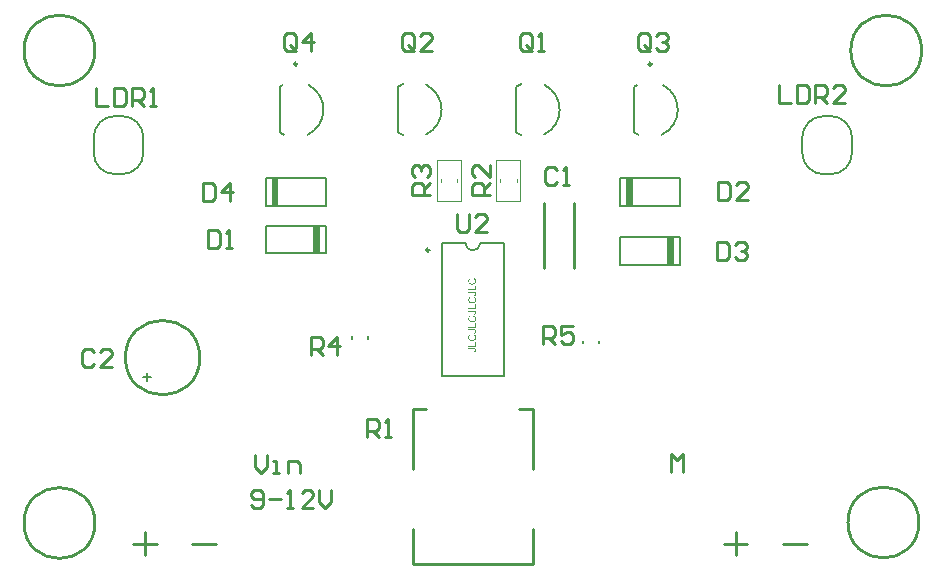
<source format=gto>
G04*
G04 #@! TF.GenerationSoftware,Altium Limited,CircuitMaker,2.2.1 (2.2.1.6)*
G04*
G04 Layer_Color=15132400*
%FSLAX44Y44*%
%MOMM*%
G71*
G04*
G04 #@! TF.SameCoordinates,B7FF0B77-2EFF-419A-B724-F2A86093BB65*
G04*
G04*
G04 #@! TF.FilePolarity,Positive*
G04*
G01*
G75*
%ADD10C,0.2540*%
%ADD11C,0.1270*%
%ADD12C,0.2500*%
%ADD13C,0.2000*%
%ADD14C,0.0500*%
%ADD15C,0.1000*%
%ADD16C,0.2032*%
G36*
X400661Y257490D02*
X400716Y257472D01*
X400790Y257444D01*
X400873Y257416D01*
X400975Y257379D01*
X401086Y257333D01*
X401206Y257278D01*
X401465Y257148D01*
X401724Y256982D01*
X401853Y256880D01*
X401983Y256778D01*
X402094Y256667D01*
X402205Y256538D01*
X402214Y256529D01*
X402232Y256510D01*
X402251Y256464D01*
X402288Y256418D01*
X402334Y256344D01*
X402380Y256270D01*
X402426Y256168D01*
X402473Y256066D01*
X402528Y255946D01*
X402574Y255817D01*
X402621Y255678D01*
X402667Y255530D01*
X402704Y255373D01*
X402722Y255207D01*
X402741Y255031D01*
X402750Y254846D01*
Y254744D01*
X402741Y254670D01*
Y254587D01*
X402732Y254485D01*
X402713Y254375D01*
X402695Y254245D01*
X402648Y253977D01*
X402574Y253700D01*
X402473Y253422D01*
X402408Y253293D01*
X402334Y253163D01*
X402325Y253154D01*
X402315Y253136D01*
X402288Y253099D01*
X402251Y253062D01*
X402214Y253006D01*
X402158Y252941D01*
X402094Y252868D01*
X402020Y252794D01*
X401936Y252720D01*
X401853Y252636D01*
X401641Y252470D01*
X401391Y252313D01*
X401114Y252174D01*
X401104D01*
X401077Y252156D01*
X401030Y252146D01*
X400975Y252119D01*
X400901Y252100D01*
X400808Y252072D01*
X400707Y252035D01*
X400596Y252008D01*
X400476Y251980D01*
X400337Y251943D01*
X400050Y251897D01*
X399727Y251860D01*
X399394Y251841D01*
X399385D01*
X399348D01*
X399292D01*
X399227Y251850D01*
X399135D01*
X399043Y251860D01*
X398922Y251869D01*
X398802Y251887D01*
X398534Y251934D01*
X398238Y251998D01*
X397942Y252091D01*
X397656Y252220D01*
X397646Y252230D01*
X397619Y252239D01*
X397582Y252257D01*
X397536Y252294D01*
X397471Y252331D01*
X397397Y252377D01*
X397230Y252498D01*
X397046Y252655D01*
X396861Y252840D01*
X396676Y253052D01*
X396519Y253302D01*
X396509Y253311D01*
X396500Y253339D01*
X396482Y253376D01*
X396454Y253422D01*
X396426Y253496D01*
X396398Y253570D01*
X396361Y253663D01*
X396324Y253764D01*
X396287Y253875D01*
X396250Y253995D01*
X396195Y254254D01*
X396149Y254550D01*
X396130Y254855D01*
Y254948D01*
X396139Y255012D01*
X396149Y255096D01*
X396158Y255197D01*
X396167Y255299D01*
X396195Y255419D01*
X396250Y255669D01*
X396334Y255946D01*
X396389Y256085D01*
X396454Y256214D01*
X396537Y256344D01*
X396620Y256473D01*
X396629Y256483D01*
X396639Y256501D01*
X396666Y256538D01*
X396713Y256584D01*
X396759Y256630D01*
X396824Y256695D01*
X396898Y256760D01*
X396972Y256834D01*
X397064Y256908D01*
X397175Y256982D01*
X397286Y257065D01*
X397406Y257139D01*
X397545Y257204D01*
X397683Y257278D01*
X397831Y257333D01*
X397998Y257389D01*
X398192Y256556D01*
X398183D01*
X398164Y256547D01*
X398127Y256529D01*
X398081Y256510D01*
X398026Y256492D01*
X397952Y256464D01*
X397804Y256390D01*
X397637Y256298D01*
X397471Y256187D01*
X397314Y256048D01*
X397175Y255900D01*
X397156Y255882D01*
X397119Y255826D01*
X397073Y255734D01*
X397009Y255613D01*
X396953Y255456D01*
X396898Y255281D01*
X396861Y255068D01*
X396851Y254837D01*
Y254763D01*
X396861Y254717D01*
Y254652D01*
X396870Y254578D01*
X396898Y254402D01*
X396935Y254208D01*
X396999Y254005D01*
X397092Y253792D01*
X397212Y253598D01*
Y253589D01*
X397230Y253579D01*
X397277Y253515D01*
X397351Y253431D01*
X397462Y253330D01*
X397600Y253210D01*
X397757Y253099D01*
X397952Y252997D01*
X398164Y252904D01*
X398173D01*
X398192Y252895D01*
X398220Y252886D01*
X398266Y252877D01*
X398321Y252858D01*
X398386Y252840D01*
X398543Y252812D01*
X398728Y252775D01*
X398932Y252738D01*
X399154Y252720D01*
X399394Y252710D01*
X399403D01*
X399431D01*
X399477D01*
X399533D01*
X399597Y252720D01*
X399680D01*
X399773Y252729D01*
X399875Y252738D01*
X400097Y252766D01*
X400337Y252812D01*
X400577Y252868D01*
X400818Y252941D01*
X400827D01*
X400845Y252951D01*
X400873Y252969D01*
X400919Y252988D01*
X401030Y253043D01*
X401160Y253126D01*
X401308Y253228D01*
X401465Y253358D01*
X401604Y253505D01*
X401733Y253681D01*
Y253690D01*
X401742Y253709D01*
X401761Y253737D01*
X401779Y253774D01*
X401798Y253820D01*
X401825Y253875D01*
X401881Y254005D01*
X401936Y254171D01*
X401983Y254356D01*
X402020Y254559D01*
X402029Y254772D01*
Y254837D01*
X402020Y254892D01*
Y254957D01*
X402010Y255022D01*
X401973Y255188D01*
X401927Y255382D01*
X401853Y255576D01*
X401752Y255780D01*
X401696Y255882D01*
X401622Y255974D01*
X401613Y255983D01*
X401604Y255993D01*
X401576Y256020D01*
X401548Y256057D01*
X401502Y256094D01*
X401446Y256140D01*
X401391Y256196D01*
X401317Y256242D01*
X401234Y256298D01*
X401141Y256362D01*
X401049Y256418D01*
X400938Y256473D01*
X400818Y256520D01*
X400688Y256566D01*
X400550Y256612D01*
X400402Y256649D01*
X400614Y257500D01*
X400624D01*
X400661Y257490D01*
D02*
G37*
G36*
X402639Y247080D02*
X396241D01*
Y247930D01*
X401881D01*
Y251083D01*
X402639D01*
Y247080D01*
D02*
G37*
G36*
X400808Y245721D02*
X400882D01*
X401058Y245702D01*
X401261Y245684D01*
X401474Y245647D01*
X401668Y245591D01*
X401853Y245527D01*
X401862D01*
X401872Y245517D01*
X401927Y245490D01*
X402001Y245443D01*
X402103Y245379D01*
X402205Y245286D01*
X402315Y245184D01*
X402426Y245055D01*
X402519Y244907D01*
X402528Y244889D01*
X402556Y244833D01*
X402593Y244750D01*
X402630Y244630D01*
X402676Y244482D01*
X402713Y244315D01*
X402741Y244130D01*
X402750Y243927D01*
Y243844D01*
X402741Y243788D01*
X402732Y243714D01*
X402722Y243640D01*
X402685Y243446D01*
X402630Y243243D01*
X402547Y243030D01*
X402491Y242919D01*
X402426Y242817D01*
X402352Y242725D01*
X402269Y242633D01*
X402260Y242623D01*
X402251Y242614D01*
X402214Y242596D01*
X402177Y242568D01*
X402131Y242531D01*
X402066Y242494D01*
X401992Y242457D01*
X401909Y242411D01*
X401816Y242374D01*
X401705Y242337D01*
X401594Y242300D01*
X401465Y242263D01*
X401326Y242244D01*
X401169Y242217D01*
X401012Y242207D01*
X400836D01*
X400725Y242975D01*
X400734D01*
X400753D01*
X400790D01*
X400845Y242984D01*
X400901Y242993D01*
X400966D01*
X401123Y243021D01*
X401289Y243049D01*
X401456Y243104D01*
X401604Y243160D01*
X401668Y243197D01*
X401724Y243243D01*
X401733Y243252D01*
X401761Y243289D01*
X401807Y243344D01*
X401853Y243419D01*
X401909Y243520D01*
X401946Y243631D01*
X401983Y243770D01*
X401992Y243918D01*
Y243973D01*
X401983Y244029D01*
X401973Y244112D01*
X401955Y244195D01*
X401936Y244288D01*
X401899Y244380D01*
X401853Y244473D01*
X401844Y244482D01*
X401825Y244510D01*
X401788Y244547D01*
X401752Y244602D01*
X401687Y244648D01*
X401622Y244704D01*
X401548Y244750D01*
X401456Y244787D01*
X401446D01*
X401409Y244805D01*
X401345Y244815D01*
X401261Y244833D01*
X401151Y244852D01*
X401012Y244861D01*
X400845Y244879D01*
X400651D01*
X396241D01*
Y245730D01*
X400605D01*
X400614D01*
X400642D01*
X400679D01*
X400734D01*
X400808Y245721D01*
D02*
G37*
G36*
X400661Y241588D02*
X400716Y241569D01*
X400790Y241542D01*
X400873Y241514D01*
X400975Y241477D01*
X401086Y241431D01*
X401206Y241375D01*
X401465Y241246D01*
X401724Y241079D01*
X401853Y240978D01*
X401983Y240876D01*
X402094Y240765D01*
X402205Y240636D01*
X402214Y240626D01*
X402232Y240608D01*
X402251Y240562D01*
X402288Y240515D01*
X402334Y240441D01*
X402380Y240368D01*
X402426Y240266D01*
X402473Y240164D01*
X402528Y240044D01*
X402574Y239914D01*
X402621Y239776D01*
X402667Y239628D01*
X402704Y239471D01*
X402722Y239304D01*
X402741Y239129D01*
X402750Y238944D01*
Y238842D01*
X402741Y238768D01*
Y238685D01*
X402732Y238583D01*
X402713Y238472D01*
X402695Y238343D01*
X402648Y238075D01*
X402574Y237797D01*
X402473Y237520D01*
X402408Y237390D01*
X402334Y237261D01*
X402325Y237252D01*
X402315Y237233D01*
X402288Y237196D01*
X402251Y237159D01*
X402214Y237104D01*
X402158Y237039D01*
X402094Y236965D01*
X402020Y236891D01*
X401936Y236817D01*
X401853Y236734D01*
X401641Y236567D01*
X401391Y236410D01*
X401114Y236272D01*
X401104D01*
X401077Y236253D01*
X401030Y236244D01*
X400975Y236216D01*
X400901Y236198D01*
X400808Y236170D01*
X400707Y236133D01*
X400596Y236105D01*
X400476Y236077D01*
X400337Y236040D01*
X400050Y235994D01*
X399727Y235957D01*
X399394Y235939D01*
X399385D01*
X399348D01*
X399292D01*
X399227Y235948D01*
X399135D01*
X399043Y235957D01*
X398922Y235967D01*
X398802Y235985D01*
X398534Y236031D01*
X398238Y236096D01*
X397942Y236189D01*
X397656Y236318D01*
X397646Y236327D01*
X397619Y236336D01*
X397582Y236355D01*
X397536Y236392D01*
X397471Y236429D01*
X397397Y236475D01*
X397230Y236595D01*
X397046Y236752D01*
X396861Y236937D01*
X396676Y237150D01*
X396519Y237400D01*
X396509Y237409D01*
X396500Y237437D01*
X396482Y237474D01*
X396454Y237520D01*
X396426Y237594D01*
X396398Y237668D01*
X396361Y237760D01*
X396324Y237862D01*
X396287Y237973D01*
X396250Y238093D01*
X396195Y238352D01*
X396149Y238648D01*
X396130Y238953D01*
Y239045D01*
X396139Y239110D01*
X396149Y239193D01*
X396158Y239295D01*
X396167Y239397D01*
X396195Y239517D01*
X396250Y239767D01*
X396334Y240044D01*
X396389Y240183D01*
X396454Y240312D01*
X396537Y240441D01*
X396620Y240571D01*
X396629Y240580D01*
X396639Y240599D01*
X396666Y240636D01*
X396713Y240682D01*
X396759Y240728D01*
X396824Y240793D01*
X396898Y240858D01*
X396972Y240931D01*
X397064Y241005D01*
X397175Y241079D01*
X397286Y241163D01*
X397406Y241237D01*
X397545Y241301D01*
X397683Y241375D01*
X397831Y241431D01*
X397998Y241486D01*
X398192Y240654D01*
X398183D01*
X398164Y240645D01*
X398127Y240626D01*
X398081Y240608D01*
X398026Y240589D01*
X397952Y240562D01*
X397804Y240488D01*
X397637Y240395D01*
X397471Y240284D01*
X397314Y240146D01*
X397175Y239998D01*
X397156Y239979D01*
X397119Y239924D01*
X397073Y239831D01*
X397009Y239711D01*
X396953Y239554D01*
X396898Y239378D01*
X396861Y239165D01*
X396851Y238934D01*
Y238860D01*
X396861Y238814D01*
Y238750D01*
X396870Y238675D01*
X396898Y238500D01*
X396935Y238306D01*
X396999Y238102D01*
X397092Y237890D01*
X397212Y237696D01*
Y237686D01*
X397230Y237677D01*
X397277Y237612D01*
X397351Y237529D01*
X397462Y237427D01*
X397600Y237307D01*
X397757Y237196D01*
X397952Y237094D01*
X398164Y237002D01*
X398173D01*
X398192Y236993D01*
X398220Y236984D01*
X398266Y236974D01*
X398321Y236956D01*
X398386Y236937D01*
X398543Y236910D01*
X398728Y236873D01*
X398932Y236836D01*
X399154Y236817D01*
X399394Y236808D01*
X399403D01*
X399431D01*
X399477D01*
X399533D01*
X399597Y236817D01*
X399680D01*
X399773Y236826D01*
X399875Y236836D01*
X400097Y236863D01*
X400337Y236910D01*
X400577Y236965D01*
X400818Y237039D01*
X400827D01*
X400845Y237048D01*
X400873Y237067D01*
X400919Y237085D01*
X401030Y237141D01*
X401160Y237224D01*
X401308Y237326D01*
X401465Y237455D01*
X401604Y237603D01*
X401733Y237779D01*
Y237788D01*
X401742Y237806D01*
X401761Y237834D01*
X401779Y237871D01*
X401798Y237917D01*
X401825Y237973D01*
X401881Y238102D01*
X401936Y238269D01*
X401983Y238454D01*
X402020Y238657D01*
X402029Y238870D01*
Y238934D01*
X402020Y238990D01*
Y239055D01*
X402010Y239119D01*
X401973Y239286D01*
X401927Y239480D01*
X401853Y239674D01*
X401752Y239877D01*
X401696Y239979D01*
X401622Y240072D01*
X401613Y240081D01*
X401604Y240090D01*
X401576Y240118D01*
X401548Y240155D01*
X401502Y240192D01*
X401446Y240238D01*
X401391Y240294D01*
X401317Y240340D01*
X401234Y240395D01*
X401141Y240460D01*
X401049Y240515D01*
X400938Y240571D01*
X400818Y240617D01*
X400688Y240663D01*
X400550Y240710D01*
X400402Y240746D01*
X400614Y241597D01*
X400624D01*
X400661Y241588D01*
D02*
G37*
G36*
X402639Y231177D02*
X396241D01*
Y232028D01*
X401881D01*
Y235181D01*
X402639D01*
Y231177D01*
D02*
G37*
G36*
X400808Y229818D02*
X400882D01*
X401058Y229800D01*
X401261Y229781D01*
X401474Y229744D01*
X401668Y229689D01*
X401853Y229624D01*
X401862D01*
X401872Y229615D01*
X401927Y229587D01*
X402001Y229541D01*
X402103Y229476D01*
X402205Y229384D01*
X402315Y229282D01*
X402426Y229153D01*
X402519Y229005D01*
X402528Y228986D01*
X402556Y228931D01*
X402593Y228847D01*
X402630Y228727D01*
X402676Y228579D01*
X402713Y228413D01*
X402741Y228228D01*
X402750Y228025D01*
Y227941D01*
X402741Y227886D01*
X402732Y227812D01*
X402722Y227738D01*
X402685Y227544D01*
X402630Y227340D01*
X402547Y227128D01*
X402491Y227017D01*
X402426Y226915D01*
X402352Y226823D01*
X402269Y226730D01*
X402260Y226721D01*
X402251Y226712D01*
X402214Y226693D01*
X402177Y226665D01*
X402131Y226628D01*
X402066Y226591D01*
X401992Y226555D01*
X401909Y226508D01*
X401816Y226471D01*
X401705Y226434D01*
X401594Y226397D01*
X401465Y226360D01*
X401326Y226342D01*
X401169Y226314D01*
X401012Y226305D01*
X400836D01*
X400725Y227072D01*
X400734D01*
X400753D01*
X400790D01*
X400845Y227082D01*
X400901Y227091D01*
X400966D01*
X401123Y227118D01*
X401289Y227146D01*
X401456Y227202D01*
X401604Y227257D01*
X401668Y227294D01*
X401724Y227340D01*
X401733Y227350D01*
X401761Y227387D01*
X401807Y227442D01*
X401853Y227516D01*
X401909Y227618D01*
X401946Y227729D01*
X401983Y227867D01*
X401992Y228015D01*
Y228071D01*
X401983Y228126D01*
X401973Y228209D01*
X401955Y228293D01*
X401936Y228385D01*
X401899Y228478D01*
X401853Y228570D01*
X401844Y228579D01*
X401825Y228607D01*
X401788Y228644D01*
X401752Y228699D01*
X401687Y228746D01*
X401622Y228801D01*
X401548Y228847D01*
X401456Y228884D01*
X401446D01*
X401409Y228903D01*
X401345Y228912D01*
X401261Y228931D01*
X401151Y228949D01*
X401012Y228958D01*
X400845Y228977D01*
X400651D01*
X396241D01*
Y229827D01*
X400605D01*
X400614D01*
X400642D01*
X400679D01*
X400734D01*
X400808Y229818D01*
D02*
G37*
G36*
X400661Y225686D02*
X400716Y225667D01*
X400790Y225639D01*
X400873Y225611D01*
X400975Y225574D01*
X401086Y225528D01*
X401206Y225473D01*
X401465Y225343D01*
X401724Y225177D01*
X401853Y225075D01*
X401983Y224974D01*
X402094Y224863D01*
X402205Y224733D01*
X402214Y224724D01*
X402232Y224705D01*
X402251Y224659D01*
X402288Y224613D01*
X402334Y224539D01*
X402380Y224465D01*
X402426Y224363D01*
X402473Y224262D01*
X402528Y224141D01*
X402574Y224012D01*
X402621Y223873D01*
X402667Y223725D01*
X402704Y223568D01*
X402722Y223402D01*
X402741Y223226D01*
X402750Y223041D01*
Y222939D01*
X402741Y222866D01*
Y222782D01*
X402732Y222681D01*
X402713Y222570D01*
X402695Y222440D01*
X402648Y222172D01*
X402574Y221895D01*
X402473Y221617D01*
X402408Y221488D01*
X402334Y221359D01*
X402325Y221349D01*
X402315Y221331D01*
X402288Y221294D01*
X402251Y221257D01*
X402214Y221201D01*
X402158Y221137D01*
X402094Y221063D01*
X402020Y220989D01*
X401936Y220915D01*
X401853Y220832D01*
X401641Y220665D01*
X401391Y220508D01*
X401114Y220369D01*
X401104D01*
X401077Y220351D01*
X401030Y220341D01*
X400975Y220314D01*
X400901Y220295D01*
X400808Y220268D01*
X400707Y220231D01*
X400596Y220203D01*
X400476Y220175D01*
X400337Y220138D01*
X400050Y220092D01*
X399727Y220055D01*
X399394Y220036D01*
X399385D01*
X399348D01*
X399292D01*
X399227Y220046D01*
X399135D01*
X399043Y220055D01*
X398922Y220064D01*
X398802Y220083D01*
X398534Y220129D01*
X398238Y220194D01*
X397942Y220286D01*
X397656Y220415D01*
X397646Y220425D01*
X397619Y220434D01*
X397582Y220452D01*
X397536Y220489D01*
X397471Y220526D01*
X397397Y220573D01*
X397230Y220693D01*
X397046Y220850D01*
X396861Y221035D01*
X396676Y221248D01*
X396519Y221497D01*
X396509Y221506D01*
X396500Y221534D01*
X396482Y221571D01*
X396454Y221617D01*
X396426Y221691D01*
X396398Y221765D01*
X396361Y221858D01*
X396324Y221959D01*
X396287Y222070D01*
X396250Y222191D01*
X396195Y222449D01*
X396149Y222745D01*
X396130Y223050D01*
Y223143D01*
X396139Y223208D01*
X396149Y223291D01*
X396158Y223393D01*
X396167Y223494D01*
X396195Y223614D01*
X396250Y223864D01*
X396334Y224141D01*
X396389Y224280D01*
X396454Y224410D01*
X396537Y224539D01*
X396620Y224668D01*
X396629Y224678D01*
X396639Y224696D01*
X396666Y224733D01*
X396713Y224779D01*
X396759Y224826D01*
X396824Y224890D01*
X396898Y224955D01*
X396972Y225029D01*
X397064Y225103D01*
X397175Y225177D01*
X397286Y225260D01*
X397406Y225334D01*
X397545Y225399D01*
X397683Y225473D01*
X397831Y225528D01*
X397998Y225584D01*
X398192Y224752D01*
X398183D01*
X398164Y224742D01*
X398127Y224724D01*
X398081Y224705D01*
X398026Y224687D01*
X397952Y224659D01*
X397804Y224585D01*
X397637Y224493D01*
X397471Y224382D01*
X397314Y224243D01*
X397175Y224095D01*
X397156Y224077D01*
X397119Y224021D01*
X397073Y223929D01*
X397009Y223809D01*
X396953Y223651D01*
X396898Y223476D01*
X396861Y223263D01*
X396851Y223032D01*
Y222958D01*
X396861Y222912D01*
Y222847D01*
X396870Y222773D01*
X396898Y222597D01*
X396935Y222403D01*
X396999Y222200D01*
X397092Y221987D01*
X397212Y221793D01*
Y221784D01*
X397230Y221775D01*
X397277Y221710D01*
X397351Y221627D01*
X397462Y221525D01*
X397600Y221405D01*
X397757Y221294D01*
X397952Y221192D01*
X398164Y221100D01*
X398173D01*
X398192Y221090D01*
X398220Y221081D01*
X398266Y221072D01*
X398321Y221053D01*
X398386Y221035D01*
X398543Y221007D01*
X398728Y220970D01*
X398932Y220933D01*
X399154Y220915D01*
X399394Y220905D01*
X399403D01*
X399431D01*
X399477D01*
X399533D01*
X399597Y220915D01*
X399680D01*
X399773Y220924D01*
X399875Y220933D01*
X400097Y220961D01*
X400337Y221007D01*
X400577Y221063D01*
X400818Y221137D01*
X400827D01*
X400845Y221146D01*
X400873Y221164D01*
X400919Y221183D01*
X401030Y221238D01*
X401160Y221322D01*
X401308Y221423D01*
X401465Y221553D01*
X401604Y221701D01*
X401733Y221876D01*
Y221886D01*
X401742Y221904D01*
X401761Y221932D01*
X401779Y221969D01*
X401798Y222015D01*
X401825Y222070D01*
X401881Y222200D01*
X401936Y222366D01*
X401983Y222551D01*
X402020Y222755D01*
X402029Y222967D01*
Y223032D01*
X402020Y223087D01*
Y223152D01*
X402010Y223217D01*
X401973Y223383D01*
X401927Y223577D01*
X401853Y223772D01*
X401752Y223975D01*
X401696Y224077D01*
X401622Y224169D01*
X401613Y224178D01*
X401604Y224188D01*
X401576Y224215D01*
X401548Y224252D01*
X401502Y224289D01*
X401446Y224336D01*
X401391Y224391D01*
X401317Y224437D01*
X401234Y224493D01*
X401141Y224557D01*
X401049Y224613D01*
X400938Y224668D01*
X400818Y224715D01*
X400688Y224761D01*
X400550Y224807D01*
X400402Y224844D01*
X400614Y225695D01*
X400624D01*
X400661Y225686D01*
D02*
G37*
G36*
X402639Y215275D02*
X396241D01*
Y216126D01*
X401881D01*
Y219278D01*
X402639D01*
Y215275D01*
D02*
G37*
G36*
X400808Y213916D02*
X400882D01*
X401058Y213897D01*
X401261Y213879D01*
X401474Y213842D01*
X401668Y213786D01*
X401853Y213722D01*
X401862D01*
X401872Y213712D01*
X401927Y213685D01*
X402001Y213638D01*
X402103Y213574D01*
X402205Y213481D01*
X402315Y213380D01*
X402426Y213250D01*
X402519Y213102D01*
X402528Y213084D01*
X402556Y213028D01*
X402593Y212945D01*
X402630Y212825D01*
X402676Y212677D01*
X402713Y212511D01*
X402741Y212326D01*
X402750Y212122D01*
Y212039D01*
X402741Y211984D01*
X402732Y211910D01*
X402722Y211835D01*
X402685Y211641D01*
X402630Y211438D01*
X402547Y211225D01*
X402491Y211114D01*
X402426Y211013D01*
X402352Y210920D01*
X402269Y210828D01*
X402260Y210819D01*
X402251Y210809D01*
X402214Y210791D01*
X402177Y210763D01*
X402131Y210726D01*
X402066Y210689D01*
X401992Y210652D01*
X401909Y210606D01*
X401816Y210569D01*
X401705Y210532D01*
X401594Y210495D01*
X401465Y210458D01*
X401326Y210439D01*
X401169Y210412D01*
X401012Y210403D01*
X400836D01*
X400725Y211170D01*
X400734D01*
X400753D01*
X400790D01*
X400845Y211179D01*
X400901Y211188D01*
X400966D01*
X401123Y211216D01*
X401289Y211244D01*
X401456Y211299D01*
X401604Y211355D01*
X401668Y211392D01*
X401724Y211438D01*
X401733Y211447D01*
X401761Y211484D01*
X401807Y211540D01*
X401853Y211614D01*
X401909Y211715D01*
X401946Y211826D01*
X401983Y211965D01*
X401992Y212113D01*
Y212168D01*
X401983Y212224D01*
X401973Y212307D01*
X401955Y212390D01*
X401936Y212483D01*
X401899Y212575D01*
X401853Y212668D01*
X401844Y212677D01*
X401825Y212705D01*
X401788Y212742D01*
X401752Y212797D01*
X401687Y212843D01*
X401622Y212899D01*
X401548Y212945D01*
X401456Y212982D01*
X401446D01*
X401409Y213001D01*
X401345Y213010D01*
X401261Y213028D01*
X401151Y213047D01*
X401012Y213056D01*
X400845Y213074D01*
X400651D01*
X396241D01*
Y213925D01*
X400605D01*
X400614D01*
X400642D01*
X400679D01*
X400734D01*
X400808Y213916D01*
D02*
G37*
G36*
X400661Y209783D02*
X400716Y209764D01*
X400790Y209737D01*
X400873Y209709D01*
X400975Y209672D01*
X401086Y209626D01*
X401206Y209570D01*
X401465Y209441D01*
X401724Y209275D01*
X401853Y209173D01*
X401983Y209071D01*
X402094Y208960D01*
X402205Y208831D01*
X402214Y208822D01*
X402232Y208803D01*
X402251Y208757D01*
X402288Y208710D01*
X402334Y208637D01*
X402380Y208563D01*
X402426Y208461D01*
X402473Y208359D01*
X402528Y208239D01*
X402574Y208110D01*
X402621Y207971D01*
X402667Y207823D01*
X402704Y207666D01*
X402722Y207499D01*
X402741Y207324D01*
X402750Y207139D01*
Y207037D01*
X402741Y206963D01*
Y206880D01*
X402732Y206778D01*
X402713Y206667D01*
X402695Y206538D01*
X402648Y206270D01*
X402574Y205992D01*
X402473Y205715D01*
X402408Y205585D01*
X402334Y205456D01*
X402325Y205447D01*
X402315Y205428D01*
X402288Y205391D01*
X402251Y205354D01*
X402214Y205299D01*
X402158Y205234D01*
X402094Y205160D01*
X402020Y205086D01*
X401936Y205012D01*
X401853Y204929D01*
X401641Y204763D01*
X401391Y204606D01*
X401114Y204467D01*
X401104D01*
X401077Y204448D01*
X401030Y204439D01*
X400975Y204411D01*
X400901Y204393D01*
X400808Y204365D01*
X400707Y204328D01*
X400596Y204300D01*
X400476Y204273D01*
X400337Y204236D01*
X400050Y204189D01*
X399727Y204152D01*
X399394Y204134D01*
X399385D01*
X399348D01*
X399292D01*
X399227Y204143D01*
X399135D01*
X399043Y204152D01*
X398922Y204162D01*
X398802Y204180D01*
X398534Y204226D01*
X398238Y204291D01*
X397942Y204384D01*
X397656Y204513D01*
X397646Y204522D01*
X397619Y204531D01*
X397582Y204550D01*
X397536Y204587D01*
X397471Y204624D01*
X397397Y204670D01*
X397230Y204790D01*
X397046Y204948D01*
X396861Y205133D01*
X396676Y205345D01*
X396519Y205595D01*
X396509Y205604D01*
X396500Y205632D01*
X396482Y205669D01*
X396454Y205715D01*
X396426Y205789D01*
X396398Y205863D01*
X396361Y205955D01*
X396324Y206057D01*
X396287Y206168D01*
X396250Y206288D01*
X396195Y206547D01*
X396149Y206843D01*
X396130Y207148D01*
Y207241D01*
X396139Y207305D01*
X396149Y207388D01*
X396158Y207490D01*
X396167Y207592D01*
X396195Y207712D01*
X396250Y207962D01*
X396334Y208239D01*
X396389Y208378D01*
X396454Y208507D01*
X396537Y208637D01*
X396620Y208766D01*
X396629Y208775D01*
X396639Y208794D01*
X396666Y208831D01*
X396713Y208877D01*
X396759Y208923D01*
X396824Y208988D01*
X396898Y209053D01*
X396972Y209127D01*
X397064Y209200D01*
X397175Y209275D01*
X397286Y209358D01*
X397406Y209432D01*
X397545Y209496D01*
X397683Y209570D01*
X397831Y209626D01*
X397998Y209681D01*
X398192Y208849D01*
X398183D01*
X398164Y208840D01*
X398127Y208822D01*
X398081Y208803D01*
X398026Y208785D01*
X397952Y208757D01*
X397804Y208683D01*
X397637Y208590D01*
X397471Y208479D01*
X397314Y208341D01*
X397175Y208193D01*
X397156Y208174D01*
X397119Y208119D01*
X397073Y208026D01*
X397009Y207906D01*
X396953Y207749D01*
X396898Y207573D01*
X396861Y207361D01*
X396851Y207129D01*
Y207056D01*
X396861Y207009D01*
Y206945D01*
X396870Y206871D01*
X396898Y206695D01*
X396935Y206501D01*
X396999Y206297D01*
X397092Y206085D01*
X397212Y205891D01*
Y205881D01*
X397230Y205872D01*
X397277Y205807D01*
X397351Y205724D01*
X397462Y205623D01*
X397600Y205502D01*
X397757Y205391D01*
X397952Y205290D01*
X398164Y205197D01*
X398173D01*
X398192Y205188D01*
X398220Y205179D01*
X398266Y205170D01*
X398321Y205151D01*
X398386Y205133D01*
X398543Y205105D01*
X398728Y205068D01*
X398932Y205031D01*
X399154Y205012D01*
X399394Y205003D01*
X399403D01*
X399431D01*
X399477D01*
X399533D01*
X399597Y205012D01*
X399680D01*
X399773Y205021D01*
X399875Y205031D01*
X400097Y205058D01*
X400337Y205105D01*
X400577Y205160D01*
X400818Y205234D01*
X400827D01*
X400845Y205243D01*
X400873Y205262D01*
X400919Y205280D01*
X401030Y205336D01*
X401160Y205419D01*
X401308Y205521D01*
X401465Y205650D01*
X401604Y205798D01*
X401733Y205974D01*
Y205983D01*
X401742Y206002D01*
X401761Y206029D01*
X401779Y206066D01*
X401798Y206112D01*
X401825Y206168D01*
X401881Y206297D01*
X401936Y206464D01*
X401983Y206649D01*
X402020Y206852D01*
X402029Y207065D01*
Y207129D01*
X402020Y207185D01*
Y207250D01*
X402010Y207314D01*
X401973Y207481D01*
X401927Y207675D01*
X401853Y207869D01*
X401752Y208073D01*
X401696Y208174D01*
X401622Y208267D01*
X401613Y208276D01*
X401604Y208285D01*
X401576Y208313D01*
X401548Y208350D01*
X401502Y208387D01*
X401446Y208433D01*
X401391Y208489D01*
X401317Y208535D01*
X401234Y208590D01*
X401141Y208655D01*
X401049Y208710D01*
X400938Y208766D01*
X400818Y208812D01*
X400688Y208859D01*
X400550Y208905D01*
X400402Y208942D01*
X400614Y209792D01*
X400624D01*
X400661Y209783D01*
D02*
G37*
G36*
X402639Y199373D02*
X396241D01*
Y200223D01*
X401881D01*
Y203376D01*
X402639D01*
Y199373D01*
D02*
G37*
G36*
X400808Y198013D02*
X400882D01*
X401058Y197995D01*
X401261Y197976D01*
X401474Y197939D01*
X401668Y197884D01*
X401853Y197819D01*
X401862D01*
X401872Y197810D01*
X401927Y197782D01*
X402001Y197736D01*
X402103Y197671D01*
X402205Y197579D01*
X402315Y197477D01*
X402426Y197348D01*
X402519Y197200D01*
X402528Y197181D01*
X402556Y197126D01*
X402593Y197043D01*
X402630Y196922D01*
X402676Y196775D01*
X402713Y196608D01*
X402741Y196423D01*
X402750Y196220D01*
Y196136D01*
X402741Y196081D01*
X402732Y196007D01*
X402722Y195933D01*
X402685Y195739D01*
X402630Y195536D01*
X402547Y195323D01*
X402491Y195212D01*
X402426Y195110D01*
X402352Y195018D01*
X402269Y194925D01*
X402260Y194916D01*
X402251Y194907D01*
X402214Y194888D01*
X402177Y194861D01*
X402131Y194824D01*
X402066Y194787D01*
X401992Y194750D01*
X401909Y194703D01*
X401816Y194667D01*
X401705Y194629D01*
X401594Y194592D01*
X401465Y194555D01*
X401326Y194537D01*
X401169Y194509D01*
X401012Y194500D01*
X400836D01*
X400725Y195267D01*
X400734D01*
X400753D01*
X400790D01*
X400845Y195277D01*
X400901Y195286D01*
X400966D01*
X401123Y195314D01*
X401289Y195341D01*
X401456Y195397D01*
X401604Y195452D01*
X401668Y195489D01*
X401724Y195536D01*
X401733Y195545D01*
X401761Y195582D01*
X401807Y195637D01*
X401853Y195711D01*
X401909Y195813D01*
X401946Y195924D01*
X401983Y196063D01*
X401992Y196210D01*
Y196266D01*
X401983Y196321D01*
X401973Y196405D01*
X401955Y196488D01*
X401936Y196580D01*
X401899Y196673D01*
X401853Y196765D01*
X401844Y196775D01*
X401825Y196802D01*
X401788Y196839D01*
X401752Y196895D01*
X401687Y196941D01*
X401622Y196996D01*
X401548Y197043D01*
X401456Y197080D01*
X401446D01*
X401409Y197098D01*
X401345Y197107D01*
X401261Y197126D01*
X401151Y197144D01*
X401012Y197153D01*
X400845Y197172D01*
X400651D01*
X396241D01*
Y198023D01*
X400605D01*
X400614D01*
X400642D01*
X400679D01*
X400734D01*
X400808Y198013D01*
D02*
G37*
G54D10*
X780000Y450000D02*
G03*
X780000Y450000I-30000J0D01*
G01*
X777634Y50460D02*
G03*
X777634Y50460I-30000J0D01*
G01*
X80000Y50000D02*
G03*
X80000Y50000I-30000J0D01*
G01*
Y450000D02*
G03*
X80000Y450000I-30000J0D01*
G01*
X168800Y190000D02*
G03*
X168800Y190000I-31500J0D01*
G01*
X485251Y265998D02*
Y321006D01*
X460251Y265998D02*
Y321006D01*
X349200Y15540D02*
X450800D01*
Y44750D01*
X349200Y15540D02*
Y44750D01*
Y95550D02*
Y146350D01*
X360630D01*
X439370D02*
X450800D01*
Y95550D02*
Y146350D01*
X212540Y65039D02*
X215039Y62540D01*
X220038D01*
X222537Y65039D01*
Y75036D01*
X220038Y77535D01*
X215039D01*
X212540Y75036D01*
Y72537D01*
X215039Y70038D01*
X222537D01*
X227535D02*
X237532D01*
X242530Y62540D02*
X247529D01*
X245030D01*
Y77535D01*
X242530Y75036D01*
X265023Y62540D02*
X255026D01*
X265023Y72537D01*
Y75036D01*
X262524Y77535D01*
X257525D01*
X255026Y75036D01*
X270021Y77535D02*
Y67538D01*
X275020Y62540D01*
X280018Y67538D01*
Y77535D01*
X612540Y32537D02*
X632533D01*
X622537Y42533D02*
Y22540D01*
X662540Y32540D02*
X682533D01*
X162540D02*
X182533D01*
X112540Y32537D02*
X132534D01*
X122537Y42533D02*
Y22540D01*
X471000Y348828D02*
X468461Y351367D01*
X463382D01*
X460843Y348828D01*
Y338672D01*
X463382Y336133D01*
X468461D01*
X471000Y338672D01*
X476078Y336133D02*
X481157D01*
X478618D01*
Y351367D01*
X476078Y348828D01*
X386804Y311618D02*
Y298922D01*
X389343Y296383D01*
X394422D01*
X396961Y298922D01*
Y311618D01*
X412196Y296383D02*
X402039D01*
X412196Y306539D01*
Y309078D01*
X409657Y311618D01*
X404578D01*
X402039Y309078D01*
X262554Y192132D02*
Y207367D01*
X270172D01*
X272711Y204828D01*
Y199750D01*
X270172Y197211D01*
X262554D01*
X267633D02*
X272711Y192132D01*
X285407D02*
Y207367D01*
X277789Y199750D01*
X287946D01*
X414118Y327804D02*
X398882D01*
Y335422D01*
X401422Y337961D01*
X406500D01*
X409039Y335422D01*
Y327804D01*
Y332882D02*
X414118Y337961D01*
Y353196D02*
Y343039D01*
X403961Y353196D01*
X401422D01*
X398882Y350657D01*
Y345578D01*
X401422Y343039D01*
X78961Y194578D02*
X76422Y197118D01*
X71343D01*
X68804Y194578D01*
Y184422D01*
X71343Y181882D01*
X76422D01*
X78961Y184422D01*
X94196Y181882D02*
X84039D01*
X94196Y192039D01*
Y194578D01*
X91657Y197118D01*
X86578D01*
X84039Y194578D01*
X310643Y122532D02*
Y137767D01*
X318261D01*
X320800Y135228D01*
Y130150D01*
X318261Y127611D01*
X310643D01*
X315722D02*
X320800Y122532D01*
X325878D02*
X330957D01*
X328418D01*
Y137767D01*
X325878Y135228D01*
X175500Y298485D02*
Y283250D01*
X183118D01*
X185657Y285789D01*
Y295946D01*
X183118Y298485D01*
X175500D01*
X190735Y283250D02*
X195813D01*
X193274D01*
Y298485D01*
X190735Y295946D01*
X607750Y338985D02*
Y323750D01*
X615368D01*
X617907Y326289D01*
Y336446D01*
X615368Y338985D01*
X607750D01*
X633142Y323750D02*
X622985D01*
X633142Y333907D01*
Y336446D01*
X630603Y338985D01*
X625524D01*
X622985Y336446D01*
X606750Y288235D02*
Y273000D01*
X614367D01*
X616907Y275539D01*
Y285696D01*
X614367Y288235D01*
X606750D01*
X621985Y285696D02*
X624524Y288235D01*
X629603D01*
X632142Y285696D01*
Y283157D01*
X629603Y280618D01*
X627063D01*
X629603D01*
X632142Y278078D01*
Y275539D01*
X629603Y273000D01*
X624524D01*
X621985Y275539D01*
X171250Y337485D02*
Y322250D01*
X178867D01*
X181407Y324789D01*
Y334946D01*
X178867Y337485D01*
X171250D01*
X194103Y322250D02*
Y337485D01*
X186485Y329868D01*
X196642D01*
X567500Y93500D02*
Y108735D01*
X572578Y103657D01*
X577657Y108735D01*
Y93500D01*
X215250Y107985D02*
Y97828D01*
X220328Y92750D01*
X225407Y97828D01*
Y107985D01*
X230485Y92750D02*
X235563D01*
X233024D01*
Y102907D01*
X230485D01*
X243181Y92750D02*
Y102907D01*
X250798D01*
X253338Y100367D01*
Y92750D01*
X80708Y418015D02*
Y402780D01*
X90865D01*
X95943Y418015D02*
Y402780D01*
X103561D01*
X106100Y405319D01*
Y415476D01*
X103561Y418015D01*
X95943D01*
X111178Y402780D02*
Y418015D01*
X118796D01*
X121335Y415476D01*
Y410397D01*
X118796Y407858D01*
X111178D01*
X116257D02*
X121335Y402780D01*
X126413D02*
X131492D01*
X128952D01*
Y418015D01*
X126413Y415476D01*
X659500Y420485D02*
Y405250D01*
X669657D01*
X674735Y420485D02*
Y405250D01*
X682353D01*
X684892Y407789D01*
Y417946D01*
X682353Y420485D01*
X674735D01*
X689970Y405250D02*
Y420485D01*
X697588D01*
X700127Y417946D01*
Y412868D01*
X697588Y410328D01*
X689970D01*
X695049D02*
X700127Y405250D01*
X715362D02*
X705205D01*
X715362Y415407D01*
Y417946D01*
X712823Y420485D01*
X707744D01*
X705205Y417946D01*
X450157Y452539D02*
Y462696D01*
X447617Y465235D01*
X442539D01*
X440000Y462696D01*
Y452539D01*
X442539Y450000D01*
X447617D01*
X445078Y455078D02*
X450157Y450000D01*
X447617D02*
X450157Y452539D01*
X455235Y450000D02*
X460313D01*
X457774D01*
Y465235D01*
X455235Y462696D01*
X350157Y452539D02*
Y462696D01*
X347618Y465235D01*
X342539D01*
X340000Y462696D01*
Y452539D01*
X342539Y450000D01*
X347618D01*
X345078Y455078D02*
X350157Y450000D01*
X347618D02*
X350157Y452539D01*
X365392Y450000D02*
X355235D01*
X365392Y460157D01*
Y462696D01*
X362853Y465235D01*
X357774D01*
X355235Y462696D01*
X550157Y452539D02*
Y462696D01*
X547617Y465235D01*
X542539D01*
X540000Y462696D01*
Y452539D01*
X542539Y450000D01*
X547617D01*
X545078Y455078D02*
X550157Y450000D01*
X547617D02*
X550157Y452539D01*
X555235Y462696D02*
X557774Y465235D01*
X562853D01*
X565392Y462696D01*
Y460157D01*
X562853Y457617D01*
X560313D01*
X562853D01*
X565392Y455078D01*
Y452539D01*
X562853Y450000D01*
X557774D01*
X555235Y452539D01*
X250157D02*
Y462696D01*
X247618Y465235D01*
X242539D01*
X240000Y462696D01*
Y452539D01*
X242539Y450000D01*
X247618D01*
X245078Y455078D02*
X250157Y450000D01*
X247618D02*
X250157Y452539D01*
X262853Y450000D02*
Y465235D01*
X255235Y457617D01*
X265392D01*
X364000Y327500D02*
X348765D01*
Y335117D01*
X351304Y337657D01*
X356382D01*
X358922Y335117D01*
Y327500D01*
Y332578D02*
X364000Y337657D01*
X351304Y342735D02*
X348765Y345274D01*
Y350353D01*
X351304Y352892D01*
X353843D01*
X356382Y350353D01*
Y347813D01*
Y350353D01*
X358922Y352892D01*
X361461D01*
X364000Y350353D01*
Y345274D01*
X361461Y342735D01*
X459000Y201750D02*
Y216985D01*
X466618D01*
X469157Y214446D01*
Y209368D01*
X466618Y206828D01*
X459000D01*
X464078D02*
X469157Y201750D01*
X484392Y216985D02*
X474235D01*
Y209368D01*
X479313Y211907D01*
X481853D01*
X484392Y209368D01*
Y204289D01*
X481853Y201750D01*
X476774D01*
X474235Y204289D01*
G54D11*
X103000Y345362D02*
G03*
X121000Y363396I-17J18017D01*
G01*
X78918D02*
G03*
X96952Y345362I18034J0D01*
G01*
Y394500D02*
G03*
X78918Y376500I-17J-18017D01*
G01*
X121000Y376500D02*
G03*
X103000Y394500I-18000J-0D01*
G01*
X721000Y376500D02*
G03*
X703000Y394500I-18000J-0D01*
G01*
X696952Y394500D02*
G03*
X678918Y376500I-17J-18017D01*
G01*
X678918Y363396D02*
G03*
X696952Y345362I18034J0D01*
G01*
X703000D02*
G03*
X721000Y363396I-17J18017D01*
G01*
X96952Y345362D02*
X103000D01*
X78918Y363396D02*
Y376500D01*
X96952Y394500D02*
X103000D01*
X121000Y363396D02*
Y376500D01*
X721000Y363396D02*
Y376500D01*
X696952Y394500D02*
X703000D01*
X678918Y363396D02*
Y376500D01*
X696952Y345362D02*
X703000D01*
G54D12*
X363150Y281100D02*
G03*
X363150Y281100I-1250J0D01*
G01*
X551250Y438500D02*
G03*
X551250Y438500I-1250J0D01*
G01*
X251250D02*
G03*
X251250Y438500I-1250J0D01*
G01*
G54D13*
X393650Y287150D02*
G03*
X406350Y287150I6350J0D01*
G01*
X460509Y378981D02*
G03*
X460509Y421019I-10510J21019D01*
G01*
X441272Y421819D02*
G03*
X436964Y419553I8728J-21819D01*
G01*
Y380447D02*
G03*
X441272Y378181I13036J19553D01*
G01*
X360509Y378981D02*
G03*
X360509Y421019I-10510J21019D01*
G01*
X341272Y421819D02*
G03*
X336965Y419553I8728J-21819D01*
G01*
Y380447D02*
G03*
X341272Y378181I13036J19553D01*
G01*
X539003Y420769D02*
G03*
X536650Y419340I10996J-20769D01*
G01*
Y380660D02*
G03*
X540061Y378705I13350J19340D01*
G01*
X559943Y378707D02*
G03*
X561000Y420767I-9943J21293D01*
G01*
X239004Y420769D02*
G03*
X236650Y419340I10996J-20769D01*
G01*
Y380660D02*
G03*
X240061Y378705I13350J19340D01*
G01*
X259943Y378707D02*
G03*
X261000Y420767I-9943J21293D01*
G01*
X224600Y341750D02*
X275400D01*
X224600Y318250D02*
Y341750D01*
Y318250D02*
X275400D01*
Y341750D01*
X234370Y318250D02*
Y341750D01*
X233100Y318250D02*
Y341750D01*
X230560Y318250D02*
Y341750D01*
X231830Y318250D02*
Y341750D01*
X373500Y174120D02*
X426500D01*
X406350Y287150D02*
X426500D01*
X373500D02*
X393650D01*
X426500Y174120D02*
Y287150D01*
X373500Y174120D02*
Y287150D01*
X493000Y202000D02*
Y204000D01*
X506500Y202000D02*
Y204000D01*
X311000Y206000D02*
Y208000D01*
X297500Y206000D02*
Y208000D01*
X568170Y268250D02*
Y291750D01*
X569440Y268250D02*
Y291750D01*
X566900Y268250D02*
Y291750D01*
X565630Y268250D02*
Y291750D01*
X524600Y268250D02*
Y291750D01*
X575400D01*
Y268250D02*
Y291750D01*
X524600Y268250D02*
X575400D01*
X531830Y318250D02*
Y341750D01*
X530560Y318250D02*
Y341750D01*
X533100Y318250D02*
Y341750D01*
X534370Y318250D02*
Y341750D01*
X575400Y318250D02*
Y341750D01*
X524600Y318250D02*
X575400D01*
X524600D02*
Y341750D01*
X575400D01*
X268170Y278250D02*
Y301750D01*
X269440Y278250D02*
Y301750D01*
X266900Y278250D02*
Y301750D01*
X265630Y278250D02*
Y301750D01*
X224600Y278250D02*
Y301750D01*
X275400D01*
Y278250D02*
Y301750D01*
X224600Y278250D02*
X275400D01*
X436650Y380663D02*
Y419337D01*
X336650Y380663D02*
Y419337D01*
X536650Y380660D02*
Y419340D01*
X236650Y380660D02*
Y419340D01*
G54D14*
X390000Y323000D02*
Y357000D01*
X370000D02*
X390000D01*
X370000Y323000D02*
Y357000D01*
Y323000D02*
X390000D01*
X420000Y323000D02*
Y357000D01*
Y323000D02*
X440000D01*
Y357000D01*
X420000D02*
X440000D01*
G54D15*
X373000Y339000D02*
Y341000D01*
X387000Y339000D02*
Y341000D01*
X437000Y339000D02*
Y341000D01*
X423000Y339000D02*
Y341000D01*
G54D16*
X120790Y173488D02*
X127561D01*
X124176Y176874D02*
Y170103D01*
M02*

</source>
